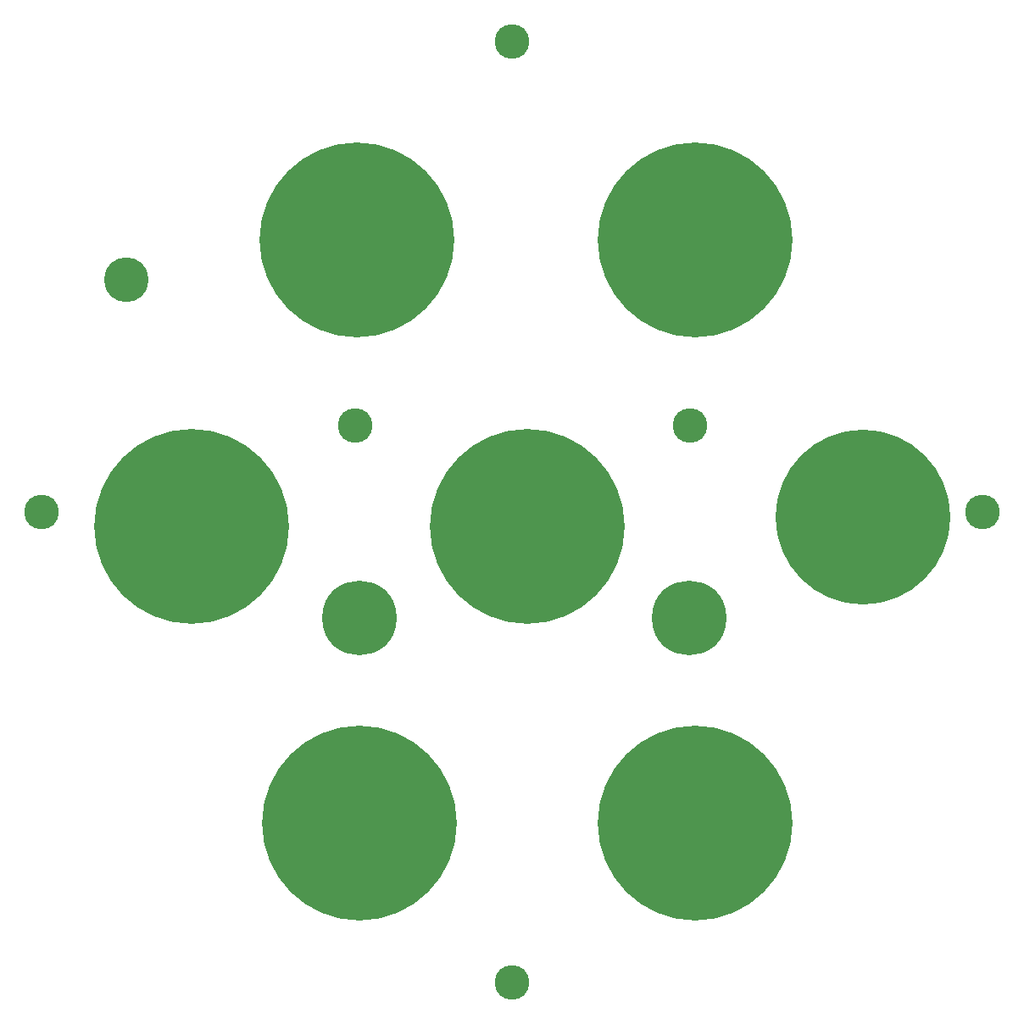
<source format=gbs>
G04 MADE WITH FRITZING*
G04 WWW.FRITZING.ORG*
G04 DOUBLE SIDED*
G04 HOLES PLATED*
G04 CONTOUR ON CENTER OF CONTOUR VECTOR*
%ASAXBY*%
%FSLAX23Y23*%
%MOIN*%
%OFA0B0*%
%SFA1.0B1.0*%
%ADD10C,0.293464*%
%ADD11C,0.765905*%
%ADD12C,0.135984*%
%ADD13C,0.687165*%
%ADD14C,0.175354*%
%LNMASK0*%
G90*
G70*
G54D10*
X2647Y1568D03*
X1351Y1568D03*
G54D11*
X2670Y3053D03*
G54D12*
X1334Y2324D03*
X2649Y2324D03*
G54D11*
X2010Y1927D03*
X692Y1927D03*
G54D13*
X3329Y1966D03*
G54D11*
X1341Y3053D03*
X1351Y761D03*
X2670Y761D03*
G54D14*
X435Y2898D03*
G54D12*
X1951Y3836D03*
X101Y1986D03*
X3802Y1986D03*
X1951Y135D03*
G04 End of Mask0*
M02*
</source>
